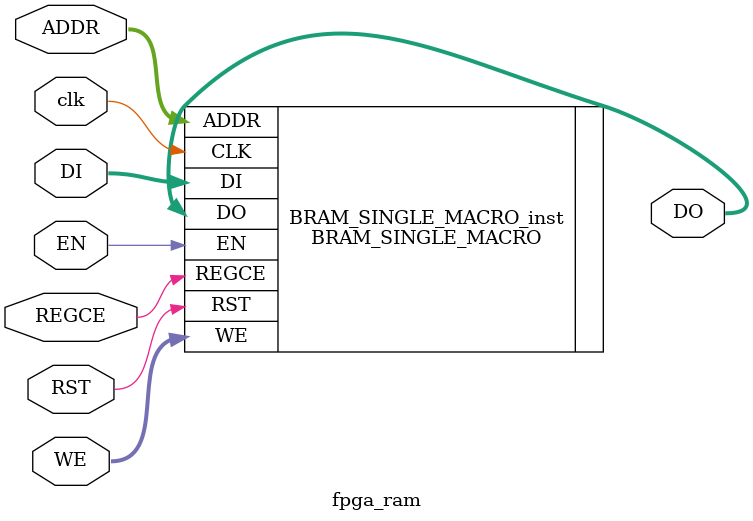
<source format=sv>
`ifndef FPGA_RAM_SV
`define FPGA_RAM_SV

module fpga_ram(
   output [7:0] DO,     // Output data, width defined by READ_WIDTH parameter
   input [14:0] ADDR,   // Input address, width defined by read/write port depth
   input clk,           // 1-bit input clock
   input [7:0] DI,      // Input data port, width defined by WRITE_WIDTH parameter
   input EN,            // 1-bit input RAM enable
   input REGCE,         // 1-bit input output register enable
   input RST,           // 1-bit input reset
   input [1:0] WE             // Input write enable, width defined by write port depth
);
BRAM_SINGLE_MACRO #(
   .BRAM_SIZE("36Kb"), // Target BRAM, "18Kb" or "36Kb"
   .DEVICE("7SERIES"), // Target Device: "7SERIES"
   .DO_REG(0), // Optional output register (0 or 1)
   .INIT(9'h000000000), // Initial values on output port
   .INIT_FILE ("NONE"),
   .WRITE_WIDTH(8), // Valid values are 1-72 (37-72 only valid when BRAM_SIZE="36Kb")
   .READ_WIDTH(8),  // Valid values are 1-72 (37-72 only valid when BRAM_SIZE="36Kb")
   .SRVAL(9'h0), // Set/Reset value for port output
   .WRITE_MODE("WRITE_FIRST") // "WRITE_FIRST", "READ_FIRST", or "NO_CHANGE"
) BRAM_SINGLE_MACRO_inst (
   .DO(DO),       // Output data, width defined by READ_WIDTH parameter
   .ADDR(ADDR),   // Input address, width defined by read/write port depth
   .CLK(clk),     // 1-bit input clock
   .DI(DI),       // Input data port, width defined by WRITE_WIDTH parameter
   .EN(EN),       // 1-bit input RAM enable
   .REGCE(REGCE), // 1-bit input output register enable
   .RST(RST),     // 1-bit input reset
   .WE(WE)        // Input write enable, width defined by write port depth
);
endmodule

`endif

</source>
